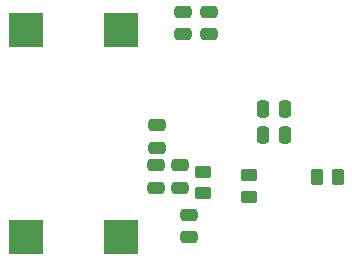
<source format=gbr>
%TF.GenerationSoftware,KiCad,Pcbnew,8.0.5-dirty*%
%TF.CreationDate,2024-11-05T15:40:08+03:00*%
%TF.ProjectId,switcher,73776974-6368-4657-922e-6b696361645f,rev?*%
%TF.SameCoordinates,Original*%
%TF.FileFunction,Paste,Bot*%
%TF.FilePolarity,Positive*%
%FSLAX46Y46*%
G04 Gerber Fmt 4.6, Leading zero omitted, Abs format (unit mm)*
G04 Created by KiCad (PCBNEW 8.0.5-dirty) date 2024-11-05 15:40:08*
%MOMM*%
%LPD*%
G01*
G04 APERTURE LIST*
G04 Aperture macros list*
%AMRoundRect*
0 Rectangle with rounded corners*
0 $1 Rounding radius*
0 $2 $3 $4 $5 $6 $7 $8 $9 X,Y pos of 4 corners*
0 Add a 4 corners polygon primitive as box body*
4,1,4,$2,$3,$4,$5,$6,$7,$8,$9,$2,$3,0*
0 Add four circle primitives for the rounded corners*
1,1,$1+$1,$2,$3*
1,1,$1+$1,$4,$5*
1,1,$1+$1,$6,$7*
1,1,$1+$1,$8,$9*
0 Add four rect primitives between the rounded corners*
20,1,$1+$1,$2,$3,$4,$5,0*
20,1,$1+$1,$4,$5,$6,$7,0*
20,1,$1+$1,$6,$7,$8,$9,0*
20,1,$1+$1,$8,$9,$2,$3,0*%
G04 Aperture macros list end*
%ADD10RoundRect,0.250000X0.262500X0.450000X-0.262500X0.450000X-0.262500X-0.450000X0.262500X-0.450000X0*%
%ADD11RoundRect,0.250000X0.475000X-0.250000X0.475000X0.250000X-0.475000X0.250000X-0.475000X-0.250000X0*%
%ADD12RoundRect,0.250000X-0.475000X0.250000X-0.475000X-0.250000X0.475000X-0.250000X0.475000X0.250000X0*%
%ADD13RoundRect,0.250000X-0.250000X-0.475000X0.250000X-0.475000X0.250000X0.475000X-0.250000X0.475000X0*%
%ADD14RoundRect,0.250000X0.450000X-0.262500X0.450000X0.262500X-0.450000X0.262500X-0.450000X-0.262500X0*%
%ADD15R,3.000000X3.000000*%
G04 APERTURE END LIST*
D10*
%TO.C,R16*%
X145162500Y-80000000D03*
X143337500Y-80000000D03*
%TD*%
D11*
%TO.C,C14*%
X129800000Y-77550000D03*
X129800000Y-75650000D03*
%TD*%
D12*
%TO.C,C9*%
X132000000Y-66050000D03*
X132000000Y-67950000D03*
%TD*%
%TO.C,C15*%
X132500000Y-85150000D03*
X132500000Y-83250000D03*
%TD*%
D11*
%TO.C,C11*%
X134250000Y-67950000D03*
X134250000Y-66050000D03*
%TD*%
D13*
%TO.C,C6*%
X138800000Y-76500000D03*
X140700000Y-76500000D03*
%TD*%
%TO.C,C1*%
X138800000Y-74250000D03*
X140700000Y-74250000D03*
%TD*%
D12*
%TO.C,C4*%
X129750000Y-79050000D03*
X129750000Y-80950000D03*
%TD*%
D14*
%TO.C,R8*%
X133750000Y-81412500D03*
X133750000Y-79587500D03*
%TD*%
%TO.C,R5*%
X137600000Y-81712500D03*
X137600000Y-79887500D03*
%TD*%
D12*
%TO.C,C7*%
X131750000Y-79050000D03*
X131750000Y-80950000D03*
%TD*%
D15*
%TO.C,D1*%
X126750000Y-67625000D03*
X118750000Y-67625000D03*
X126750000Y-85125000D03*
X118750000Y-85125000D03*
%TD*%
M02*

</source>
